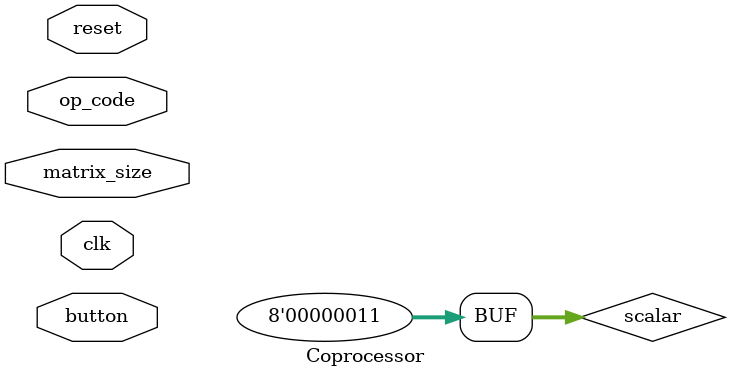
<source format=v>
module Coprocessor (
    input wire clk,               					// Sinal de clock de entrada (sincroniza o módulo)
    input wire reset,            		 			// Sinal de reset para reiniciar a operação do coprocessador
    input wire button,            					// Botão de controle para iniciar ou reiniciar o processo
    input wire [2:0] op_code,     					// Código da operação para determinar o tipo de operação a ser realizada
    input wire [1:0] matrix_size 		 			// Tamanho da matriz (2x2, 3x3, 4x4 ou 5x5)
); 

    // Variáveis de controle internas
    reg mem_we = 1;               					// Controle de escrita na memória (inicia como 1, permitindo escrita)
    reg start_deter = 0;          					// Controle para iniciar o cálculo (inicia como 0)
    reg [6:0] mem_addr = 0;       					// Endereço de memória atual
    reg [15:0] mem_data_in;       					// Dados a serem escritos na memória
    reg [2:0] state = 0;          					// Estado da máquina de estados finitos (FSM), inicializado como 0
    reg [6:0] Counter_wait = 0;   					// Contador para delays temporais (controle de tempo entre estados)
    reg [4:0] index = 0;          					// Índice para percorrer as matrizes durante a leitura e escrita
    reg [7:0] scalar = 8'd3;      					// Escalar utilizado nas operações de multiplicação
    wire [15:0] mem_data_out;     					// Dados lidos da memória durante as operações
    wire rst;                     					// Sinal de reset invertido (usado no FSM e na ALU)

    // Matrizes de entrada e saída
    reg signed [7:0] matrix_a_Send [0:24];  		// Matriz A a ser enviada para processamento
    reg signed [7:0] matrix_b_Send [0:24];  		// Matriz B a ser enviada para processamento
    reg [199:0] matrix_a_Receive;           		// Matriz A lida da memória
    reg [199:0] matrix_b_Receive;           		// Matriz B lida da memória
    reg signed [7:0] matrix_Result [0:25];  		// Matriz resultado do cálculo
    wire [199:0] matrix_out;                		// Resultado final da operação gerado pela ALU

    // Definição dos estados da FSM
    localparam S0_INIT_WRITE   = 3'b000;  		// Estado inicial para escrever matrizes na memória
    localparam S1_WAIT_WRITE   = 3'b001;  		// Espera até que a escrita nas matrizes seja concluída
    localparam S2_READ_MEM     = 3'b010;  		// Lê os dados das matrizes da memória
    localparam S3_WAIT_READ    = 3'b011;  		// Aguarda a leitura completa das matrizes
    localparam S4_PROCESS      = 3'b100;  		// Inicia o processamento da operação entre as matrizes
    localparam S5_WAIT_PROCESS = 3'b101;  		// Aguarda a finalização do processamento
    localparam S6_WRITE_RESULT = 3'b110;  		// Escreve o resultado final da operação na memória
    localparam S7_DONE         = 3'b111;  		// Estado final após a conclusão da operação

    // Parâmetros adicionais da FSM
    localparam PROCESS_DELAY = 5;         		// Delay de processamento (controla o tempo de espera durante as operações)
    localparam RESULT_START_ADDR = 25;    		// Endereço inicial onde os resultados começam a ser gravados na memória

    // Instância da Unidade Lógica e Aritmética (ALU)
    Alu uut (
        .op_code(op_code),                  		// Código da operação
        .matrix_a(matrix_a_Receive),        		// Matriz A recebida
        .matrix_b(matrix_b_Receive),        		// Matriz B recebida
        .matrix_size(matrix_size),          		// Tamanho das matrizes (2x2, 3x3, 4x4, ou 5x5)
        .scalar(scalar),                    		// Escalar para operações de multiplicação
        .overflow(overflow),                		// Indicador de overflow (não utilizado no código atual)
        .result_final(matrix_out),          		// Resultado final da operação
        .clk(clk),                          		// Sinal de clock
        .rst(rst),                          		// Sinal de reset
        .start(start_deter),                		// Sinal para iniciar o cálculo
        .process_Done(process_Done)         		// Sinal indicando que o processamento foi concluído
    );

    // Instância do bloco de memória (MemoryBlock) para armazenar os dados e resultados
    MemoryBlock memory (
        .address(mem_addr),                 // Endereço de memória
        .clock(clk),                        // Sinal de clock
        .data(mem_data_in),                 // Dados a serem escritos na memória
        .wren(mem_we),                      // Sinal de habilitação de escrita na memória
        .q(mem_data_out)                    // Dados lidos da memória
    );

    // Inicialização das matrizes de teste
    initial begin
        // Atribui valores para a matriz A
        matrix_a_Send[0]  = 10;  matrix_a_Send[1]  = 11;  matrix_a_Send[2]  = 12;  matrix_a_Send[3]  = 13;   matrix_a_Send[4]  = 14;
        matrix_a_Send[5]  = 5;   matrix_a_Send[6]  = 18;  matrix_a_Send[7]  = 39;  matrix_a_Send[8]  = 7;    matrix_a_Send[9]  = 17;
        matrix_a_Send[10] = 4;   matrix_a_Send[11] = 69;  matrix_a_Send[12] = 26;  matrix_a_Send[13] = 10;   matrix_a_Send[14] = 42;
        matrix_a_Send[15] = 3;   matrix_a_Send[16] = 9;   matrix_a_Send[17] = 16;  matrix_a_Send[18] = 24;   matrix_a_Send[19] = 32;
        matrix_a_Send[20] = 8;   matrix_a_Send[21] = 3;   matrix_a_Send[22] = 25;  matrix_a_Send[23] = 3;    matrix_a_Send[24] = 27;

        // Atribui valores para a matriz B
        matrix_b_Send[0]  = 5;   matrix_b_Send[1]  = 6;   matrix_b_Send[2]  = 7;   matrix_b_Send[3]  = 8;    matrix_b_Send[4]  = 9;
        matrix_b_Send[5]  = 76;  matrix_b_Send[6]  = 1;   matrix_b_Send[7]  = 0;   matrix_b_Send[8]  = 43;   matrix_b_Send[9]  = 18;
        matrix_b_Send[10] = 41;  matrix_b_Send[11] = 38;  matrix_b_Send[12] = 67;  matrix_b_Send[13] = 22;   matrix_b_Send[14] = 9;
        matrix_b_Send[15] = 6;   matrix_b_Send[16] = 8;   matrix_b_Send[17] = 42;  matrix_b_Send[18] = 90;   matrix_b_Send[19] = 20;
        matrix_b_Send[20] = 15;  matrix_b_Send[21] = 25;  matrix_b_Send[22] = 7;   matrix_b_Send[23] = 63;   matrix_b_Send[24] = 12;
    end

    // Gerador de clock reduzido para sincronia de 1 segundo
    reg clk_Reduced;
    reg [25:0] counter = 0;
    always @(posedge clk) begin
        if (counter < 1_000_000 - 1) 
            counter <= counter + 1;
        else begin
            counter <= 0;
            clk_Reduced <= ~clk_Reduced;  // Inverte o sinal de clock a cada 1 segundo
        end
    end

    // Máquina de Estados Finitos (FSM) que controla o fluxo do coprocessador
    always @(posedge clk_Reduced or posedge rst) begin
        if (rst) begin
            mem_addr <= 0;
            mem_we <= 0;
            mem_data_in <= 0;
            index <= 0;
            Counter_wait <= 0;
            start_deter <= 0;
            matrix_a_Receive <= 0;
            matrix_b_Receive <= 0;
            state <= S0_INIT_WRITE;
        end else begin
            case (state)
				
					 // Estado 0: Inicializa a escrita das matrizes na memória
                S0_INIT_WRITE: begin
                    if (!button) begin
                        mem_we <= 1;  						
                        mem_data_in <= {matrix_b_Send[index], matrix_a_Send[index]};  
                        state <= S1_WAIT_WRITE;  		
                    end
                end
					 
					 // Estado 1: Espera pela escrita das matrizes
                S1_WAIT_WRITE: begin
                    if (index < 24) begin
                        mem_addr <= mem_addr + 1;  		
                        index <= index + 1; 					 
                        state <= S0_INIT_WRITE;  			
                    end else begin
                        mem_addr <= 0;  
                        index <= 0;     
                        mem_we <= 0;    
                        Counter_wait <= 0;  
                        state <= S2_READ_MEM;  
                    end
                end

                // Estado 2: Lê as matrizes da memória
                S2_READ_MEM: begin
                    matrix_a_Receive[(index*8) +: 8] <= mem_data_out[7:0]; 
                    matrix_b_Receive[(index*8) +: 8] <= mem_data_out[15:8];  
                    state <= S3_WAIT_READ;  
                end

                // Estado 3: Espera pela leitura das matrizes
                S3_WAIT_READ: begin
                    if (index < 24) begin
                        mem_addr <= mem_addr + 1;  
                        index <= index + 1;  
                        state <= S2_READ_MEM;  
                    end else begin
								// Finaliza a leitura e inicia o processamento
                        index <= 0;           
                        start_deter <= 1;     
                        state <= S4_PROCESS;  
                    end
                end

                // Estado 4: Processa as matrizes
                S4_PROCESS: begin
                    if (process_Done) begin
                        matrix_Result[index] <= matrix_out[(index*8) +: 8]; 
                        if (index < 24) begin
                            index <= index + 1;  
                        end else begin
                            index <= 0;          
                            Counter_wait <= 0;   
                            mem_we <= 1;         
                            mem_addr <= RESULT_START_ADDR; 
                            state <= S5_WAIT_PROCESS;  
                        end
                    end
                end

                // Estado 5: Espera pelo processamento e escreve o resultado
                S5_WAIT_PROCESS: begin
                    mem_data_in <= {8'b0, matrix_Result[index]};  
                    state <= S6_WRITE_RESULT;  
                end

                // Estado 6: Escreve o resultado na memória
                S6_WRITE_RESULT: begin
                    if (index < 24) begin
                        mem_addr <= mem_addr + 1;  	
                        index <= index + 1;        	
                        state <= S5_WAIT_PROCESS;  	
                    end else begin
                        mem_we <= 0;  	
                        state <= S7_DONE;  	
                    end
                end

                // Estado 7: Finaliza o processo e aguarda o próximo comando
                S7_DONE: begin
                    if (button) begin
                        state <= S0_INIT_WRITE;  // Volta para o estado inicial
                        index <= 0;              	
                        mem_addr <= 0;           	
                    end
                end

                // Estado por padrão: volta para o estado inicial
                default: state <= S0_INIT_WRITE;
            endcase
        end
    end

    // Sinal de reset invertido para ser utilizado na ALU
    assign rst = !reset;
endmodule

</source>
